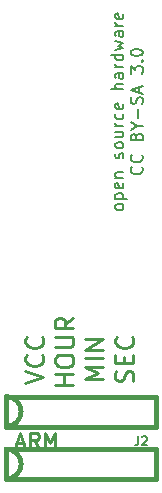
<source format=gto>
G04 (created by PCBNEW (2013-07-07 BZR 4022)-stable) date 9/25/2013 7:58:19 PM*
%MOIN*%
G04 Gerber Fmt 3.4, Leading zero omitted, Abs format*
%FSLAX34Y34*%
G01*
G70*
G90*
G04 APERTURE LIST*
%ADD10C,0.006*%
%ADD11C,0.008*%
%ADD12C,0.01*%
%ADD13C,0.015*%
%ADD14R,0.0708661X0.0708661*%
%ADD15C,0.0708661*%
%ADD16C,0.0629921*%
G04 APERTURE END LIST*
G54D10*
G54D11*
X3911Y9290D02*
X3892Y9252D01*
X3873Y9233D01*
X3835Y9214D01*
X3721Y9214D01*
X3683Y9233D01*
X3664Y9252D01*
X3645Y9290D01*
X3645Y9347D01*
X3664Y9385D01*
X3683Y9404D01*
X3721Y9423D01*
X3835Y9423D01*
X3873Y9404D01*
X3892Y9385D01*
X3911Y9347D01*
X3911Y9290D01*
X3645Y9595D02*
X4045Y9595D01*
X3664Y9595D02*
X3645Y9633D01*
X3645Y9709D01*
X3664Y9747D01*
X3683Y9766D01*
X3721Y9785D01*
X3835Y9785D01*
X3873Y9766D01*
X3892Y9747D01*
X3911Y9709D01*
X3911Y9633D01*
X3892Y9595D01*
X3892Y10109D02*
X3911Y10071D01*
X3911Y9995D01*
X3892Y9957D01*
X3854Y9938D01*
X3702Y9938D01*
X3664Y9957D01*
X3645Y9995D01*
X3645Y10071D01*
X3664Y10109D01*
X3702Y10128D01*
X3740Y10128D01*
X3778Y9938D01*
X3645Y10300D02*
X3911Y10300D01*
X3683Y10300D02*
X3664Y10319D01*
X3645Y10357D01*
X3645Y10414D01*
X3664Y10452D01*
X3702Y10471D01*
X3911Y10471D01*
X3892Y10947D02*
X3911Y10985D01*
X3911Y11061D01*
X3892Y11100D01*
X3854Y11119D01*
X3835Y11119D01*
X3797Y11100D01*
X3778Y11061D01*
X3778Y11004D01*
X3759Y10966D01*
X3721Y10947D01*
X3702Y10947D01*
X3664Y10966D01*
X3645Y11004D01*
X3645Y11061D01*
X3664Y11100D01*
X3911Y11347D02*
X3892Y11309D01*
X3873Y11290D01*
X3835Y11271D01*
X3721Y11271D01*
X3683Y11290D01*
X3664Y11309D01*
X3645Y11347D01*
X3645Y11404D01*
X3664Y11442D01*
X3683Y11461D01*
X3721Y11480D01*
X3835Y11480D01*
X3873Y11461D01*
X3892Y11442D01*
X3911Y11404D01*
X3911Y11347D01*
X3645Y11823D02*
X3911Y11823D01*
X3645Y11652D02*
X3854Y11652D01*
X3892Y11671D01*
X3911Y11709D01*
X3911Y11766D01*
X3892Y11804D01*
X3873Y11823D01*
X3911Y12014D02*
X3645Y12014D01*
X3721Y12014D02*
X3683Y12033D01*
X3664Y12052D01*
X3645Y12090D01*
X3645Y12128D01*
X3892Y12433D02*
X3911Y12395D01*
X3911Y12319D01*
X3892Y12280D01*
X3873Y12261D01*
X3835Y12242D01*
X3721Y12242D01*
X3683Y12261D01*
X3664Y12280D01*
X3645Y12319D01*
X3645Y12395D01*
X3664Y12433D01*
X3892Y12757D02*
X3911Y12719D01*
X3911Y12642D01*
X3892Y12604D01*
X3854Y12585D01*
X3702Y12585D01*
X3664Y12604D01*
X3645Y12642D01*
X3645Y12719D01*
X3664Y12757D01*
X3702Y12776D01*
X3740Y12776D01*
X3778Y12585D01*
X3911Y13252D02*
X3511Y13252D01*
X3911Y13423D02*
X3702Y13423D01*
X3664Y13404D01*
X3645Y13366D01*
X3645Y13309D01*
X3664Y13271D01*
X3683Y13252D01*
X3911Y13785D02*
X3702Y13785D01*
X3664Y13766D01*
X3645Y13728D01*
X3645Y13652D01*
X3664Y13614D01*
X3892Y13785D02*
X3911Y13747D01*
X3911Y13652D01*
X3892Y13614D01*
X3854Y13595D01*
X3816Y13595D01*
X3778Y13614D01*
X3759Y13652D01*
X3759Y13747D01*
X3740Y13785D01*
X3911Y13976D02*
X3645Y13976D01*
X3721Y13976D02*
X3683Y13995D01*
X3664Y14014D01*
X3645Y14052D01*
X3645Y14090D01*
X3911Y14395D02*
X3511Y14395D01*
X3892Y14395D02*
X3911Y14357D01*
X3911Y14280D01*
X3892Y14242D01*
X3873Y14223D01*
X3835Y14204D01*
X3721Y14204D01*
X3683Y14223D01*
X3664Y14242D01*
X3645Y14280D01*
X3645Y14357D01*
X3664Y14395D01*
X3645Y14547D02*
X3911Y14623D01*
X3721Y14699D01*
X3911Y14776D01*
X3645Y14852D01*
X3911Y15176D02*
X3702Y15176D01*
X3664Y15157D01*
X3645Y15119D01*
X3645Y15042D01*
X3664Y15004D01*
X3892Y15176D02*
X3911Y15138D01*
X3911Y15042D01*
X3892Y15004D01*
X3854Y14985D01*
X3816Y14985D01*
X3778Y15004D01*
X3759Y15042D01*
X3759Y15138D01*
X3740Y15176D01*
X3911Y15366D02*
X3645Y15366D01*
X3721Y15366D02*
X3683Y15385D01*
X3664Y15404D01*
X3645Y15442D01*
X3645Y15480D01*
X3892Y15766D02*
X3911Y15728D01*
X3911Y15652D01*
X3892Y15614D01*
X3854Y15595D01*
X3702Y15595D01*
X3664Y15614D01*
X3645Y15652D01*
X3645Y15728D01*
X3664Y15766D01*
X3702Y15785D01*
X3740Y15785D01*
X3778Y15595D01*
X4513Y10661D02*
X4532Y10642D01*
X4551Y10585D01*
X4551Y10547D01*
X4532Y10490D01*
X4494Y10452D01*
X4456Y10433D01*
X4380Y10414D01*
X4323Y10414D01*
X4247Y10433D01*
X4209Y10452D01*
X4170Y10490D01*
X4151Y10547D01*
X4151Y10585D01*
X4170Y10642D01*
X4190Y10661D01*
X4513Y11061D02*
X4532Y11042D01*
X4551Y10985D01*
X4551Y10947D01*
X4532Y10890D01*
X4494Y10852D01*
X4456Y10833D01*
X4380Y10814D01*
X4323Y10814D01*
X4247Y10833D01*
X4209Y10852D01*
X4170Y10890D01*
X4151Y10947D01*
X4151Y10985D01*
X4170Y11042D01*
X4190Y11061D01*
X4342Y11671D02*
X4361Y11728D01*
X4380Y11747D01*
X4418Y11766D01*
X4475Y11766D01*
X4513Y11747D01*
X4532Y11728D01*
X4551Y11690D01*
X4551Y11538D01*
X4151Y11538D01*
X4151Y11671D01*
X4170Y11709D01*
X4190Y11728D01*
X4228Y11747D01*
X4266Y11747D01*
X4304Y11728D01*
X4323Y11709D01*
X4342Y11671D01*
X4342Y11538D01*
X4361Y12014D02*
X4551Y12014D01*
X4151Y11880D02*
X4361Y12014D01*
X4151Y12147D01*
X4399Y12280D02*
X4399Y12585D01*
X4532Y12757D02*
X4551Y12814D01*
X4551Y12909D01*
X4532Y12947D01*
X4513Y12966D01*
X4475Y12985D01*
X4437Y12985D01*
X4399Y12966D01*
X4380Y12947D01*
X4361Y12909D01*
X4342Y12833D01*
X4323Y12795D01*
X4304Y12776D01*
X4266Y12757D01*
X4228Y12757D01*
X4190Y12776D01*
X4170Y12795D01*
X4151Y12833D01*
X4151Y12928D01*
X4170Y12985D01*
X4437Y13138D02*
X4437Y13328D01*
X4551Y13100D02*
X4151Y13233D01*
X4551Y13366D01*
X4151Y13766D02*
X4151Y14014D01*
X4304Y13880D01*
X4304Y13938D01*
X4323Y13976D01*
X4342Y13995D01*
X4380Y14014D01*
X4475Y14014D01*
X4513Y13995D01*
X4532Y13976D01*
X4551Y13938D01*
X4551Y13823D01*
X4532Y13785D01*
X4513Y13766D01*
X4513Y14185D02*
X4532Y14204D01*
X4551Y14185D01*
X4532Y14166D01*
X4513Y14185D01*
X4551Y14185D01*
X4151Y14452D02*
X4151Y14490D01*
X4170Y14528D01*
X4190Y14547D01*
X4228Y14566D01*
X4304Y14585D01*
X4399Y14585D01*
X4475Y14566D01*
X4513Y14547D01*
X4532Y14528D01*
X4551Y14490D01*
X4551Y14452D01*
X4532Y14414D01*
X4513Y14395D01*
X4475Y14376D01*
X4399Y14357D01*
X4304Y14357D01*
X4228Y14376D01*
X4190Y14395D01*
X4170Y14414D01*
X4151Y14452D01*
G54D12*
X4214Y3507D02*
X4242Y3592D01*
X4242Y3735D01*
X4214Y3792D01*
X4185Y3821D01*
X4128Y3850D01*
X4071Y3850D01*
X4014Y3821D01*
X3985Y3792D01*
X3957Y3735D01*
X3928Y3621D01*
X3900Y3564D01*
X3871Y3535D01*
X3814Y3507D01*
X3757Y3507D01*
X3700Y3535D01*
X3671Y3564D01*
X3642Y3621D01*
X3642Y3764D01*
X3671Y3850D01*
X3928Y4107D02*
X3928Y4307D01*
X4242Y4392D02*
X4242Y4107D01*
X3642Y4107D01*
X3642Y4392D01*
X4185Y4992D02*
X4214Y4964D01*
X4242Y4878D01*
X4242Y4821D01*
X4214Y4735D01*
X4157Y4678D01*
X4100Y4650D01*
X3985Y4621D01*
X3900Y4621D01*
X3785Y4650D01*
X3728Y4678D01*
X3671Y4735D01*
X3642Y4821D01*
X3642Y4878D01*
X3671Y4964D01*
X3700Y4992D01*
X3242Y3592D02*
X2642Y3592D01*
X3071Y3792D01*
X2642Y3992D01*
X3242Y3992D01*
X3242Y4278D02*
X2642Y4278D01*
X3242Y4564D02*
X2642Y4564D01*
X3242Y4907D01*
X2642Y4907D01*
X2242Y3400D02*
X1642Y3400D01*
X1928Y3400D02*
X1928Y3742D01*
X2242Y3742D02*
X1642Y3742D01*
X1642Y4142D02*
X1642Y4257D01*
X1671Y4314D01*
X1728Y4371D01*
X1842Y4400D01*
X2042Y4400D01*
X2157Y4371D01*
X2214Y4314D01*
X2242Y4257D01*
X2242Y4142D01*
X2214Y4085D01*
X2157Y4028D01*
X2042Y4000D01*
X1842Y4000D01*
X1728Y4028D01*
X1671Y4085D01*
X1642Y4142D01*
X1642Y4657D02*
X2128Y4657D01*
X2185Y4685D01*
X2214Y4714D01*
X2242Y4771D01*
X2242Y4885D01*
X2214Y4942D01*
X2185Y4971D01*
X2128Y5000D01*
X1642Y5000D01*
X2242Y5628D02*
X1957Y5428D01*
X2242Y5285D02*
X1642Y5285D01*
X1642Y5514D01*
X1671Y5571D01*
X1700Y5600D01*
X1757Y5628D01*
X1842Y5628D01*
X1900Y5600D01*
X1928Y5571D01*
X1957Y5514D01*
X1957Y5285D01*
X642Y3450D02*
X1242Y3650D01*
X642Y3850D01*
X1185Y4392D02*
X1214Y4364D01*
X1242Y4278D01*
X1242Y4221D01*
X1214Y4135D01*
X1157Y4078D01*
X1100Y4050D01*
X985Y4021D01*
X900Y4021D01*
X785Y4050D01*
X728Y4078D01*
X671Y4135D01*
X642Y4221D01*
X642Y4278D01*
X671Y4364D01*
X700Y4392D01*
X1185Y4992D02*
X1214Y4964D01*
X1242Y4878D01*
X1242Y4821D01*
X1214Y4735D01*
X1157Y4678D01*
X1100Y4650D01*
X985Y4621D01*
X900Y4621D01*
X785Y4650D01*
X728Y4678D01*
X671Y4735D01*
X642Y4821D01*
X642Y4878D01*
X671Y4964D01*
X700Y4992D01*
G54D13*
X0Y1250D02*
X5000Y1250D01*
X5000Y1250D02*
X5000Y250D01*
X5000Y250D02*
X0Y250D01*
X500Y750D02*
G75*
G03X0Y1250I-500J0D01*
G74*
G01*
X0Y250D02*
G75*
G03X500Y750I0J500D01*
G74*
G01*
X0Y1250D02*
X0Y250D01*
X0Y3000D02*
X5000Y3000D01*
X5000Y3000D02*
X5000Y2000D01*
X5000Y2000D02*
X0Y2000D01*
X500Y2500D02*
G75*
G03X0Y3000I-500J0D01*
G74*
G01*
X0Y2000D02*
G75*
G03X500Y2500I0J500D01*
G74*
G01*
X0Y3000D02*
X0Y2000D01*
G54D10*
X4400Y1678D02*
X4400Y1464D01*
X4385Y1421D01*
X4357Y1392D01*
X4314Y1378D01*
X4285Y1378D01*
X4528Y1650D02*
X4542Y1664D01*
X4571Y1678D01*
X4642Y1678D01*
X4671Y1664D01*
X4685Y1650D01*
X4700Y1621D01*
X4700Y1592D01*
X4685Y1550D01*
X4514Y1378D01*
X4700Y1378D01*
G54D12*
X345Y1440D02*
X583Y1440D01*
X297Y1297D02*
X464Y1797D01*
X630Y1297D01*
X1083Y1297D02*
X916Y1535D01*
X797Y1297D02*
X797Y1797D01*
X988Y1797D01*
X1035Y1773D01*
X1059Y1750D01*
X1083Y1702D01*
X1083Y1630D01*
X1059Y1583D01*
X1035Y1559D01*
X988Y1535D01*
X797Y1535D01*
X1297Y1297D02*
X1297Y1797D01*
X1464Y1440D01*
X1630Y1797D01*
X1630Y1297D01*
%LPC*%
G54D14*
X1000Y750D03*
G54D15*
X2000Y750D03*
X3000Y750D03*
X4000Y750D03*
G54D14*
X1000Y2500D03*
G54D15*
X2000Y2500D03*
X3000Y2500D03*
X4000Y2500D03*
G54D16*
X2000Y7500D03*
X3000Y7500D03*
X2000Y27500D03*
X3000Y27500D03*
X2000Y17500D03*
X3000Y17500D03*
M02*

</source>
